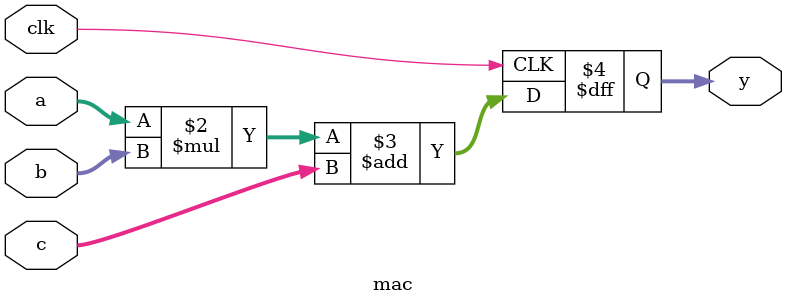
<source format=v>
module mac(
    input wire clk,
    input wire [7:0] a, b,
    input wire [15:0] c,
    output reg [15:0] y
);
    always @(posedge clk) begin
        y<=(a*b)+c;
    end
endmodule
</source>
